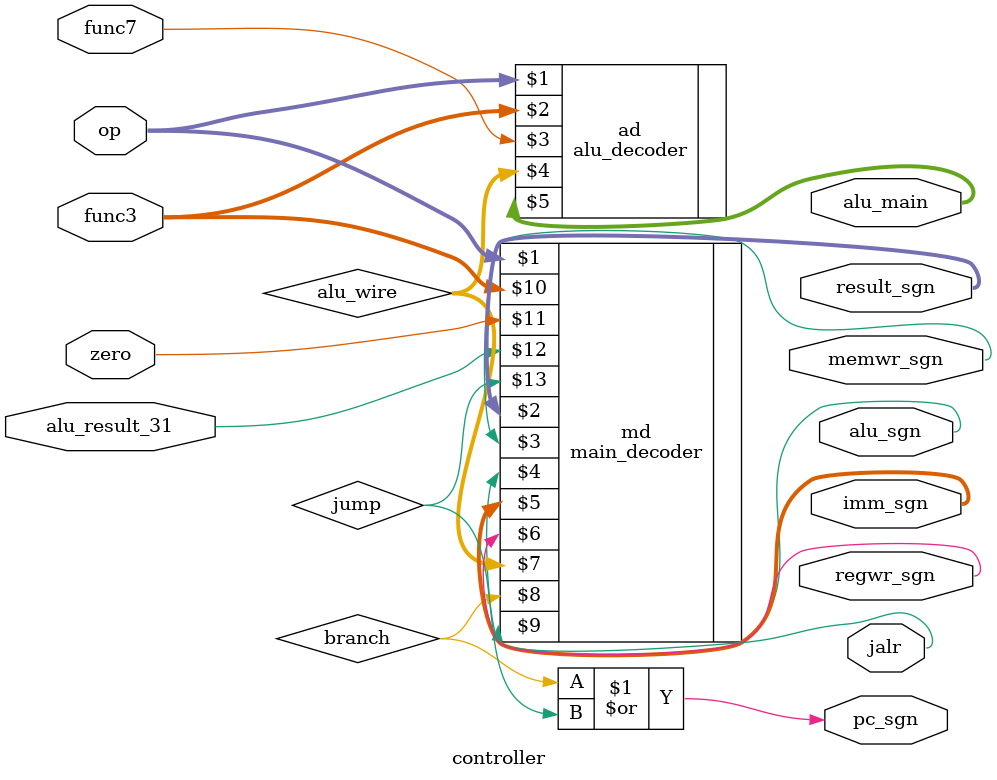
<source format=v>
module controller(op,func3,func7,zero,pc_sgn,result_sgn,memwr_sgn,alu_sgn,imm_sgn,regwr_sgn,alu_main,jalr,alu_result_31);
input [6:0] op;
input [2:0] func3;
input func7,zero,alu_result_31;
output pc_sgn,memwr_sgn,alu_sgn,regwr_sgn,jalr;
output [1:0] result_sgn,imm_sgn;
output [3:0] alu_main;

wire branch,jump;
wire [1:0] alu_wire;

main_decoder md(op,result_sgn,memwr_sgn,alu_sgn,imm_sgn,regwr_sgn,alu_wire,branch,jalr,func3,zero,alu_result_31,jump);
alu_decoder ad(op,func3,func7,alu_wire,alu_main);


assign pc_sgn = branch | jump ;  //jal and branch

endmodule

</source>
